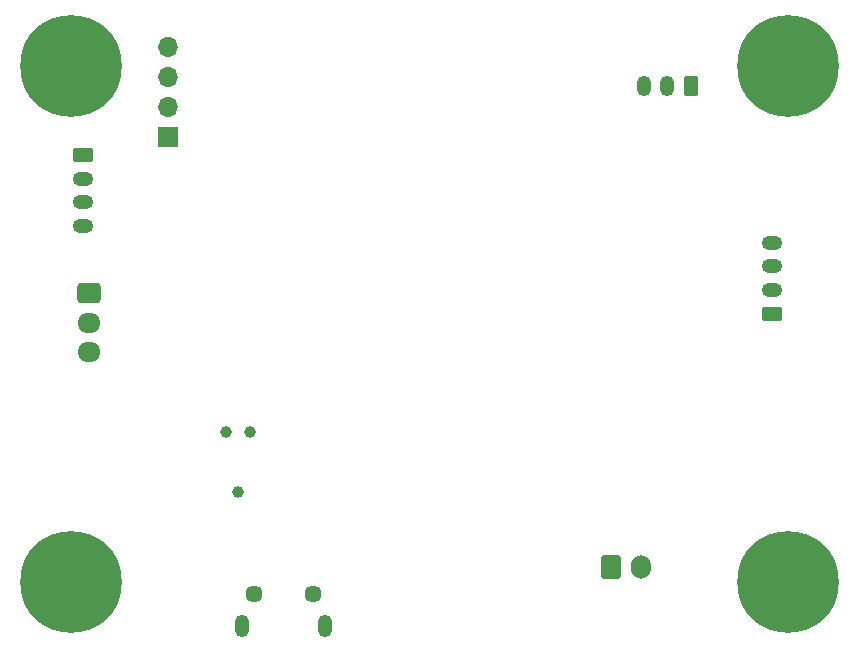
<source format=gbr>
%TF.GenerationSoftware,KiCad,Pcbnew,7.0.2-0*%
%TF.CreationDate,2023-05-23T14:33:50-04:00*%
%TF.ProjectId,7-segment-display-controller,372d7365-676d-4656-9e74-2d646973706c,A*%
%TF.SameCoordinates,Original*%
%TF.FileFunction,Soldermask,Bot*%
%TF.FilePolarity,Negative*%
%FSLAX46Y46*%
G04 Gerber Fmt 4.6, Leading zero omitted, Abs format (unit mm)*
G04 Created by KiCad (PCBNEW 7.0.2-0) date 2023-05-23 14:33:50*
%MOMM*%
%LPD*%
G01*
G04 APERTURE LIST*
G04 Aperture macros list*
%AMRoundRect*
0 Rectangle with rounded corners*
0 $1 Rounding radius*
0 $2 $3 $4 $5 $6 $7 $8 $9 X,Y pos of 4 corners*
0 Add a 4 corners polygon primitive as box body*
4,1,4,$2,$3,$4,$5,$6,$7,$8,$9,$2,$3,0*
0 Add four circle primitives for the rounded corners*
1,1,$1+$1,$2,$3*
1,1,$1+$1,$4,$5*
1,1,$1+$1,$6,$7*
1,1,$1+$1,$8,$9*
0 Add four rect primitives between the rounded corners*
20,1,$1+$1,$2,$3,$4,$5,0*
20,1,$1+$1,$4,$5,$6,$7,0*
20,1,$1+$1,$6,$7,$8,$9,0*
20,1,$1+$1,$8,$9,$2,$3,0*%
G04 Aperture macros list end*
%ADD10RoundRect,0.250000X-0.600000X-0.750000X0.600000X-0.750000X0.600000X0.750000X-0.600000X0.750000X0*%
%ADD11O,1.700000X2.000000*%
%ADD12O,1.700000X1.700000*%
%ADD13R,1.700000X1.700000*%
%ADD14RoundRect,0.250000X0.350000X0.625000X-0.350000X0.625000X-0.350000X-0.625000X0.350000X-0.625000X0*%
%ADD15O,1.200000X1.750000*%
%ADD16C,0.900000*%
%ADD17C,8.600000*%
%ADD18O,1.200000X1.900000*%
%ADD19C,1.450000*%
%ADD20C,0.991000*%
%ADD21O,1.950000X1.700000*%
%ADD22RoundRect,0.250000X-0.725000X0.600000X-0.725000X-0.600000X0.725000X-0.600000X0.725000X0.600000X0*%
%ADD23O,1.750000X1.200000*%
%ADD24RoundRect,0.250000X0.625000X-0.350000X0.625000X0.350000X-0.625000X0.350000X-0.625000X-0.350000X0*%
%ADD25RoundRect,0.250000X-0.625000X0.350000X-0.625000X-0.350000X0.625000X-0.350000X0.625000X0.350000X0*%
G04 APERTURE END LIST*
D10*
%TO.C,J107*%
X50947000Y-47481000D03*
D11*
X53447000Y-47481000D03*
%TD*%
D12*
%TO.C,OLED101*%
X13388000Y-3459000D03*
X13388000Y-5999000D03*
X13388000Y-8539000D03*
D13*
X13388000Y-11079000D03*
%TD*%
D14*
%TO.C,J106*%
X57658000Y-6731000D03*
D15*
X55658000Y-6731000D03*
X53658000Y-6731000D03*
%TD*%
D16*
%TO.C,H104*%
X8432000Y-48768000D03*
X5207000Y-45543000D03*
X2926581Y-46487581D03*
X1982000Y-48768000D03*
X7487419Y-51048419D03*
X7487419Y-46487581D03*
X2926581Y-51048419D03*
X5207000Y-51993000D03*
D17*
X5207000Y-48768000D03*
%TD*%
D16*
%TO.C,H103*%
X8432000Y-5080000D03*
X5207000Y-1855000D03*
X2926581Y-2799581D03*
X1982000Y-5080000D03*
X7487419Y-7360419D03*
X7487419Y-2799581D03*
X2926581Y-7360419D03*
X5207000Y-8305000D03*
D17*
X5207000Y-5080000D03*
%TD*%
D16*
%TO.C,H102*%
X69138000Y-48768000D03*
X65913000Y-45543000D03*
X63632581Y-46487581D03*
X62688000Y-48768000D03*
X68193419Y-51048419D03*
X68193419Y-46487581D03*
X63632581Y-51048419D03*
X65913000Y-51993000D03*
D17*
X65913000Y-48768000D03*
%TD*%
D16*
%TO.C,H101*%
X69138000Y-5080000D03*
X65913000Y-1855000D03*
X63632581Y-2799581D03*
X62688000Y-5080000D03*
X68193419Y-7360419D03*
X68193419Y-2799581D03*
X63632581Y-7360419D03*
X65913000Y-8305000D03*
D17*
X65913000Y-5080000D03*
%TD*%
D18*
%TO.C,J102*%
X26690200Y-52494700D03*
D19*
X25690200Y-49794700D03*
X20690200Y-49794700D03*
D18*
X19690200Y-52494700D03*
%TD*%
D20*
%TO.C,J101*%
X20344400Y-36017200D03*
X18314400Y-36017200D03*
X19329400Y-41097200D03*
%TD*%
D21*
%TO.C,J104*%
X6731000Y-29297000D03*
X6731000Y-26797000D03*
D22*
X6731000Y-24297000D03*
%TD*%
D23*
%TO.C,J103*%
X64516000Y-20035000D03*
X64516000Y-22035000D03*
X64516000Y-24035000D03*
D24*
X64516000Y-26035000D03*
%TD*%
D25*
%TO.C,J105*%
X6207000Y-12605000D03*
D23*
X6207000Y-14605000D03*
X6207000Y-16605000D03*
X6207000Y-18605000D03*
%TD*%
M02*

</source>
